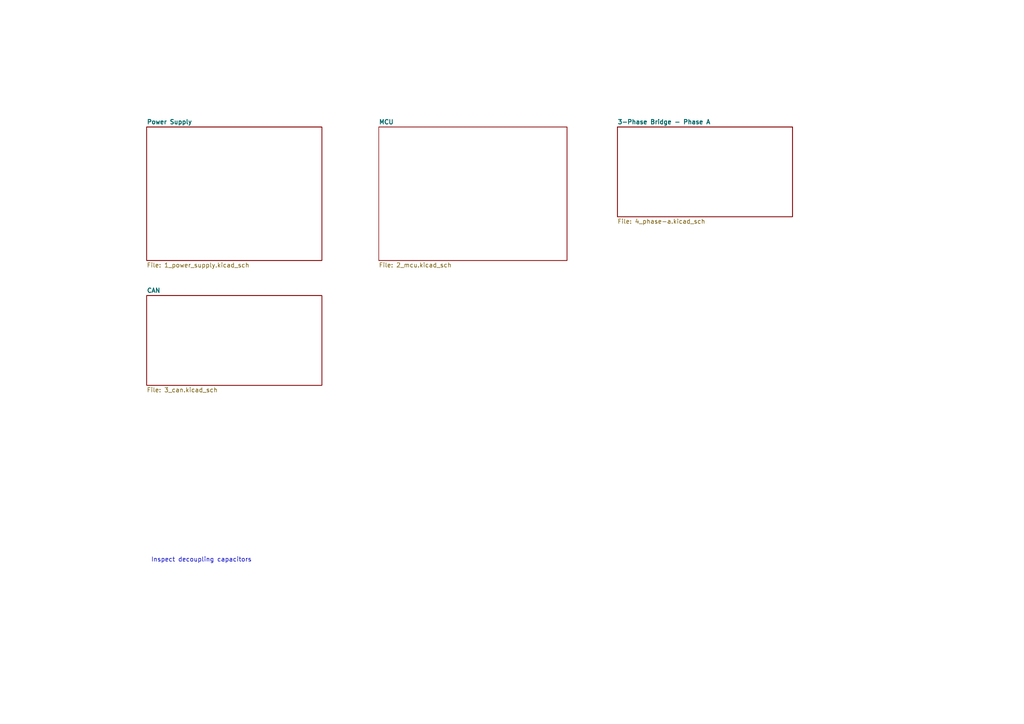
<source format=kicad_sch>
(kicad_sch (version 20211123) (generator eeschema)
  (paper "A4")
  (title_block (date "2023-01-29") (rev "1.0"))
  (lib_symbols)
  (text "Inspect decoupling capacitors" (at 43.815 163.195 0) (effects (font (size 1.27 1.27)) (justify left bottom)))
  (sheet (at 109.855 36.83) (size 54.61 38.735) (stroke (width 0.1524))
    (property "Sheet name" "MCU" (at 109.855 36.1184 0) (effects (font bold) (justify left bottom)))
    (property "Sheet file" "2_mcu.kicad_sch" (at 109.855 76.1496 0) (effects (justify left top)))
  )
  (sheet (at 179.07 36.83) (size 50.8 26.035) (stroke (width 0.2))
    (property "Sheet name" "3-Phase Bridge - Phase A" (at 179.07 36.0946 0) (effects (font bold) (justify left bottom)))
    (property "Sheet file" "4_phase-a.kicad_sch" (at 179.07 63.4734 0) (effects (justify left top)))
  )
  (sheet (at 42.545 85.725) (size 50.8 26.035) (stroke (width 0.2))
    (property "Sheet name" "CAN" (at 42.545 84.9896 0) (effects (font bold) (justify left bottom)))
    (property "Sheet file" "3_can.kicad_sch" (at 42.545 112.3684 0) (effects (justify left top)))
  )
  (sheet (at 42.545 36.83) (size 50.8 38.735) (stroke (width 0.2))
    (property "Sheet name" "Power Supply" (at 42.545 36.0946 0) (effects (font bold) (justify left bottom)))
    (property "Sheet file" "1_power_supply.kicad_sch" (at 42.545 76.1734 0) (effects (justify left top)))
  )
)
</source>
